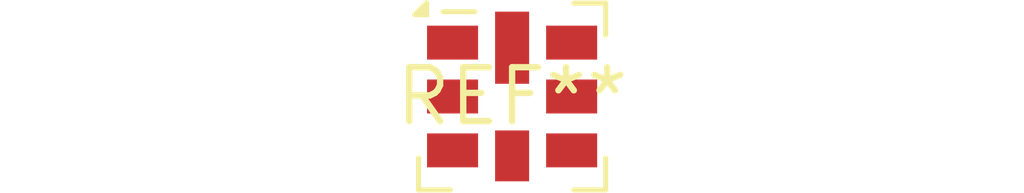
<source format=kicad_pcb>
(kicad_pcb (version 20240108) (generator pcbnew)
  (layers (0 "F.Cu" signal) (31 "B.Cu" signal) (34 "B.Paste" user) (35 "F.Paste" user) (36 "B.SilkS" user "B.Silkscreen") (37 "F.SilkS" user "F.Silkscreen") (38 "B.Mask" user) (39 "F.Mask" user) (44 "Edge.Cuts" user))
  (net 0 "")
  (footprint "Filter_SAW-8_3.8x3.8mm" (layer "F.Cu") (at 0 0)
    (property "Reference" "REF**")
    (property "Value" "Filter_SAW-8_3.8x3.8mm")
    (fp_line (start -2.2 2.2) (end -2.2 1.45) (layer "F.SilkS") (stroke (width 0.12)))
    (fp_line (start -1.625 -2) (end -0.875 -2) (layer "F.SilkS") (stroke (width 0.12)))
    (fp_line (start -1.45 2.2) (end -2.2 2.2) (layer "F.SilkS") (stroke (width 0.12)))
    (fp_line (start 1.45 -2.2) (end 2.2 -2.2) (layer "F.SilkS") (stroke (width 0.12)))
    (fp_line (start 2.2 -2.2) (end 2.2 -1.45) (layer "F.SilkS") (stroke (width 0.12)))
    (fp_line (start 2.2 1.45) (end 2.2 2.2) (layer "F.SilkS") (stroke (width 0.12)))
    (fp_line (start 2.2 2.2) (end 1.45 2.2) (layer "F.SilkS") (stroke (width 0.12)))
    (fp_poly (pts (xy -2.01 -1.93) (xy -2.29 -1.93) (xy -2.01 -2.21) (xy -2.01 -1.93)) (layer "F.SilkS") (stroke (width 0.12)) (fill solid))
    (pad "1" smd rect (at -1.4 -1.27 270) (size 0.8 1.2) (layers "F.Cu" "F.Paste" "F.Mask"))
    (pad "2" smd rect (at -1.4 0 270) (size 0.8 1.2) (layers "F.Cu" "F.Paste" "F.Mask"))
    (pad "3" smd rect (at -1.4 1.27 270) (size 0.8 1.2) (layers "F.Cu" "F.Paste" "F.Mask"))
    (pad "4" smd rect (at 0 1.4 270) (size 1.2 0.8) (layers "F.Cu" "F.Paste" "F.Mask"))
    (pad "5" smd rect (at 1.4 1.27 270) (size 0.8 1.2) (layers "F.Cu" "F.Paste" "F.Mask"))
    (pad "6" smd rect (at 1.4 0 270) (size 0.8 1.2) (layers "F.Cu" "F.Paste" "F.Mask"))
    (pad "7" smd rect (at 1.4 -1.27 270) (size 0.8 1.2) (layers "F.Cu" "F.Paste" "F.Mask"))
    (pad "8" smd rect (at 0 -1.15 270) (size 1.7 0.8) (layers "F.Cu" "F.Paste" "F.Mask"))
  )
)
</source>
